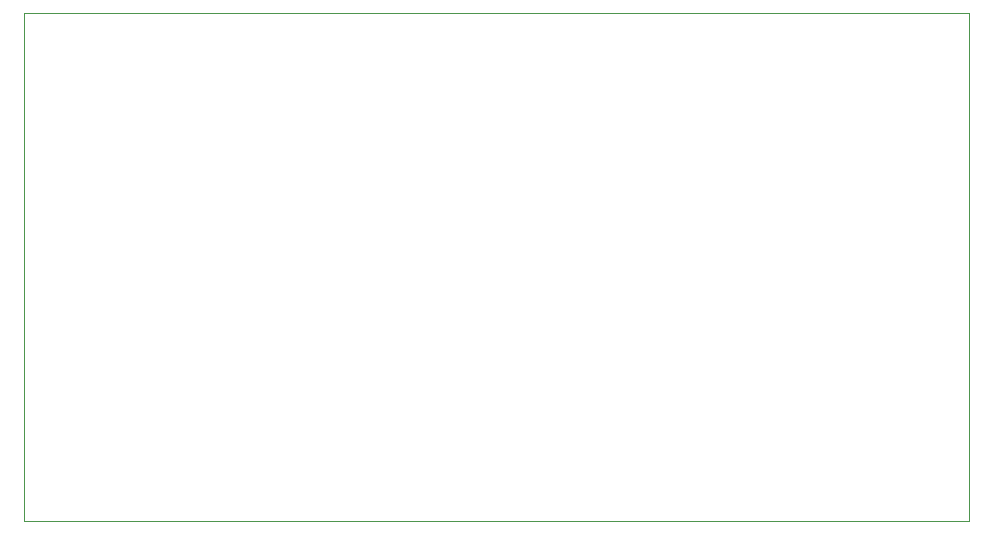
<source format=gbr>
%TF.GenerationSoftware,KiCad,Pcbnew,9.0.6*%
%TF.CreationDate,2025-12-13T19:46:04+02:00*%
%TF.ProjectId,colorsound_wah,636f6c6f-7273-46f7-956e-645f7761682e,rev?*%
%TF.SameCoordinates,Original*%
%TF.FileFunction,Profile,NP*%
%FSLAX46Y46*%
G04 Gerber Fmt 4.6, Leading zero omitted, Abs format (unit mm)*
G04 Created by KiCad (PCBNEW 9.0.6) date 2025-12-13 19:46:04*
%MOMM*%
%LPD*%
G01*
G04 APERTURE LIST*
%TA.AperFunction,Profile*%
%ADD10C,0.100000*%
%TD*%
G04 APERTURE END LIST*
D10*
X126500000Y-65000000D02*
X206500000Y-65000000D01*
X206500000Y-108000000D01*
X126500000Y-108000000D01*
X126500000Y-65000000D01*
M02*

</source>
